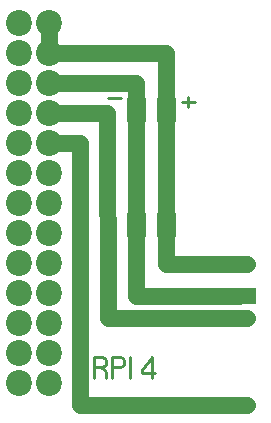
<source format=gbr>
%FSLAX34Y34*%
%MOMM*%
%LNCOPPER_BOTTOM*%
G71*
G01*
%ADD10C,2.200*%
%ADD11C,0.222*%
%ADD12C,1.400*%
%ADD13C,1.600*%
%LPD*%
X40088Y32124D02*
G54D10*
D03*
X40088Y57524D02*
G54D10*
D03*
X40088Y82924D02*
G54D10*
D03*
X40088Y108324D02*
G54D10*
D03*
X40088Y133724D02*
G54D10*
D03*
X40088Y159124D02*
G54D10*
D03*
X40088Y184524D02*
G54D10*
D03*
X40088Y209924D02*
G54D10*
D03*
X40088Y235324D02*
G54D10*
D03*
X40088Y260724D02*
G54D10*
D03*
X40088Y286124D02*
G54D10*
D03*
X40088Y311524D02*
G54D10*
D03*
X40088Y336924D02*
G54D10*
D03*
X14688Y32124D02*
G54D10*
D03*
X14688Y57524D02*
G54D10*
D03*
X14688Y82924D02*
G54D10*
D03*
X14688Y108324D02*
G54D10*
D03*
X14688Y133724D02*
G54D10*
D03*
X14688Y159124D02*
G54D10*
D03*
X14688Y184524D02*
G54D10*
D03*
X14688Y209924D02*
G54D10*
D03*
X14688Y235324D02*
G54D10*
D03*
X14688Y260724D02*
G54D10*
D03*
X14688Y286124D02*
G54D10*
D03*
X14688Y311524D02*
G54D10*
D03*
X14688Y336924D02*
G54D10*
D03*
G54D11*
X152403Y269663D02*
X163070Y269663D01*
G54D11*
X157736Y265219D02*
X157736Y274108D01*
G54D11*
X100364Y272838D02*
X89697Y272838D01*
G54D11*
X82727Y44914D02*
X86727Y42692D01*
X88060Y40470D01*
X88060Y36025D01*
G54D11*
X77394Y36025D02*
X77394Y53803D01*
X84060Y53803D01*
X86727Y52692D01*
X88060Y50470D01*
X88060Y48247D01*
X86727Y46025D01*
X84060Y44914D01*
X77394Y44914D01*
G54D11*
X92950Y36025D02*
X92950Y53803D01*
X99616Y53803D01*
X102283Y52692D01*
X103616Y50470D01*
X103616Y48247D01*
X102283Y46025D01*
X99616Y44914D01*
X92950Y44914D01*
G54D11*
X108506Y36025D02*
X108506Y53803D01*
G54D11*
X126550Y36025D02*
X126550Y53803D01*
X118550Y42692D01*
X118550Y40470D01*
X129217Y40470D01*
G54D12*
X40088Y336924D02*
X40088Y311524D01*
G54D13*
X113110Y173786D02*
X113110Y157786D01*
G54D13*
X138510Y173786D02*
X138510Y157786D01*
G54D13*
X113507Y271417D02*
X113507Y255417D01*
G54D13*
X138907Y271417D02*
X138907Y255417D01*
G54D12*
X40088Y286124D02*
X113506Y286104D01*
X113486Y105546D01*
X200978Y105546D01*
G54D12*
X40088Y311524D02*
X138530Y311524D01*
X138708Y132647D01*
X200184Y132136D01*
G54D12*
X40088Y235324D02*
X66278Y235304D01*
X66278Y13450D01*
X200181Y13450D01*
G54D12*
X40088Y260724D02*
X88900Y260704D01*
X89297Y86475D01*
X200181Y86475D01*
G54D12*
X193181Y86475D02*
X207181Y86475D01*
G54D12*
X193184Y132136D02*
X207184Y132136D01*
G54D12*
X193181Y13450D02*
X207181Y13450D01*
G36*
X186978Y112546D02*
X214978Y112546D01*
X214978Y98546D01*
X186978Y98546D01*
X186978Y112546D01*
G37*
M02*

</source>
